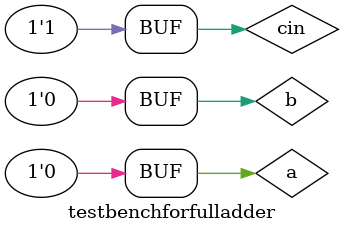
<source format=v>
module fa(sum,cout,a,b,cin);
input a,b,cin;
output sum,cout;
xor x1(w0,a,b);
and a1(w1,a,b);
xor x2(w2,w0,cin);
and a2(w2,w0,cin);
or o1(cout,w1,w2);
endmodule

module testbenchforfulladder;
reg a,b,cin;
wire sum,cout;
fa f1(sum,cout,a,b,cin);
initial
begin
a=1'b0; b=1'b0; cin=1'b0;
#5;a=1'b1; b=1'b0; cin=1'b0;
#5;a=1'b0; b=1'b1; cin=1'b1;
#5;a=1'b1; b=1'b1; cin=1'b1;
#5 a=1'b0; b=1'b0; cin=1'b1;
end
endmodule






</source>
